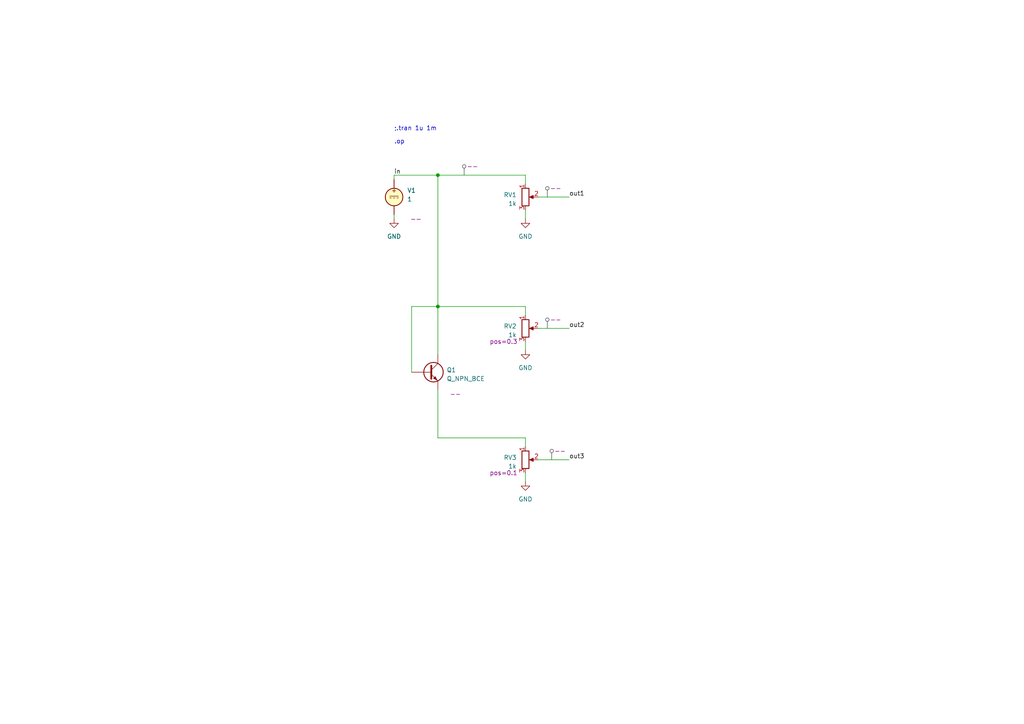
<source format=kicad_sch>
(kicad_sch (version 20230121) (generator eeschema)
  (paper "A4")
  (lib_symbols
    (symbol "Device:R_Potentiometer" (pin_names (offset 1.016) hide)
      (property "Reference" "RV" (at -4.445 0 90))
      (property "Value" "R_Potentiometer" (at -2.54 0 90))
      (symbol "R_Potentiometer_0_1"
        (polyline (pts (xy 2.54 0) (xy 1.524 0)))
        (polyline (pts (xy 1.143 0) (xy 2.286 0.508) (xy 2.286 -0.508) (xy 1.143 0)) (fill (type outline)))
        (rectangle (start 1.016 2.54) (end -1.016 -2.54) (stroke (width 0.254)))
      )
      (symbol "R_Potentiometer_1_1"
        (pin passive line (at 0 3.81 270) (length 1.27) (name "1") (number "1"))
        (pin passive line (at 3.81 0 180) (length 1.27) (name "2") (number "2"))
        (pin passive line (at 0 -3.81 90) (length 1.27) (name "3") (number "3"))
      )
    )
    (symbol "Simulation_SPICE:VDC" (pin_numbers hide) (pin_names (offset 0.0254))
      (property "Reference" "V" (at 2.54 2.54 0))
      (property "Value" "VDC" (at 2.54 0 0))
      (property "Spice_Model" "dc(1)" (at 2.54 -2.54 0))
      (symbol "VDC_0_0"
        (polyline (pts (xy -1.27 0.254) (xy 1.27 0.254)))
        (polyline (pts (xy -0.762 -0.254) (xy -1.27 -0.254)))
        (polyline (pts (xy 0.254 -0.254) (xy -0.254 -0.254)))
        (polyline (pts (xy 1.27 -0.254) (xy 0.762 -0.254)))
        (text "+" (at 0 1.905 0) (effects (font (size 1.27 1.27))))
      )
      (symbol "VDC_0_1"
        (circle (center 0 0) (radius 2.54) (stroke (width 0.254)) (fill (type background)))
      )
      (symbol "VDC_1_1"
        (pin passive line (at 0 5.08 270) (length 2.54) (name "~") (number "1"))
        (pin passive line (at 0 -5.08 90) (length 2.54) (name "~") (number "2"))
      )
    )
    (symbol "device:Q_NPN_BCE" (pin_numbers hide) (pin_names (offset 0) hide)
      (property "Reference" "Q" (at 5.08 1.27 0))
      (property "Value" "Q_NPN_BCE" (at 5.08 -1.27 0))
      (symbol "Q_NPN_BCE_0_1"
        (polyline (pts (xy 0.635 0.635) (xy 2.54 2.54)))
        (polyline (pts (xy 0.635 -0.635) (xy 2.54 -2.54) (xy 2.54 -2.54)))
        (polyline (pts (xy 0.635 1.905) (xy 0.635 -1.905) (xy 0.635 -1.905)) (stroke (width 0.508)))
        (polyline (pts (xy 1.27 -1.778) (xy 1.778 -1.27) (xy 2.286 -2.286) (xy 1.27 -1.778) (xy 1.27 -1.778)) (fill (type outline)))
        (circle (center 1.27 0) (radius 2.8194) (stroke (width 0.254)))
      )
      (symbol "Q_NPN_BCE_1_1"
        (pin input line (at -5.08 0 0) (length 5.715) (name "B") (number "1"))
        (pin passive line (at 2.54 5.08 270) (length 2.54) (name "C") (number "2"))
        (pin passive line (at 2.54 -5.08 90) (length 2.54) (name "E") (number "3"))
      )
    )
    (symbol "power:GND" (power) (pin_names (offset 0))
      (property "Value" "GND" (at 0 -3.81 0))
      (symbol "GND_0_1"
        (polyline (pts (xy 0 0) (xy 0 -1.27) (xy 1.27 -1.27) (xy 0 -2.54) (xy -1.27 -1.27) (xy 0 -1.27)))
      )
      (symbol "GND_1_1"
        (pin power_in line (at 0 0 270) (length 0) hide (name "GND") (number "1"))
      )
    )
  )
  (junction (at 127 50.8))
  (junction (at 127 88.9))
  (wire (pts (xy 114.3 62.23) (xy 114.3 63.5)))
  (wire (pts (xy 127 88.9) (xy 127 102.87)))
  (wire (pts (xy 152.4 88.9) (xy 152.4 91.44)))
  (wire (pts (xy 114.3 50.8) (xy 114.3 52.07)))
  (wire (pts (xy 127 127) (xy 152.4 127)))
  (wire (pts (xy 152.4 127) (xy 152.4 129.54)))
  (wire (pts (xy 152.4 139.7) (xy 152.4 137.16)))
  (wire (pts (xy 119.38 88.9) (xy 119.38 107.95)))
  (wire (pts (xy 127 50.8) (xy 152.4 50.8)))
  (wire (pts (xy 152.4 101.6) (xy 152.4 99.06)))
  (wire (pts (xy 127 50.8) (xy 127 88.9)))
  (wire (pts (xy 127 113.03) (xy 127 127)))
  (wire (pts (xy 114.3 50.8) (xy 127 50.8)))
  (wire (pts (xy 127 88.9) (xy 152.4 88.9)))
  (wire (pts (xy 152.4 63.5) (xy 152.4 60.96)))
  (wire (pts (xy 156.21 95.25) (xy 165.1 95.25)))
  (wire (pts (xy 127 88.9) (xy 119.38 88.9)))
  (wire (pts (xy 152.4 50.8) (xy 152.4 53.34)))
  (wire (pts (xy 156.21 133.35) (xy 165.1 133.35)))
  (wire (pts (xy 156.21 57.15) (xy 165.1 57.15)))
  (text ";.tran 1u 1m" (at 114.3 38.1 0) (effects (font (size 1.27 1.27)) (justify left bottom)))
  (text ".op" (at 114.3 41.91 0) (effects (font (size 1.27 1.27)) (justify left bottom)))
  (label "out2" (at 165.1 95.25 0))
  (label "out3" (at 165.1 133.35 0))
  (label "in" (at 114.3 50.8 0))
  (label "out1" (at 165.1 57.15 0))
  (netclass_flag "" (length 2.54) (shape round) (at 134.62 50.8 0) (property "op" "${OP}" (at 135.3185 48.26 0) (effects (font italic) (justify left))))
  (netclass_flag "" (length 2.54) (shape round) (at 158.75 95.25 0) (property "op" "${OP.2V}" (at 159.4485 92.71 0) (effects (font italic) (justify left))))
  (netclass_flag "" (length 2.54) (shape round) (at 158.75 57.15 0) (property "op" "${OP.3mV}" (at 159.4485 54.61 0) (effects (font italic) (justify left))))
  (netclass_flag "" (length 2.54) (shape round) (at 160.02 133.35 0) (property "op" "${OP}" (at 160.7185 130.81 0) (effects (font italic) (justify left))))
  (symbol (lib_id "power:GND") (at 152.4 63.5 0) (unit 1)
    (property "Reference" "#PWR0102" (effects hide))
    (property "Value" "GND" (at 152.4 68.58 0))
  )
  (symbol (lib_id "Device:R_Potentiometer") (at 152.4 133.35 0) (unit 1)
    (property "Reference" "RV3" (at 149.86 132.715 0) (effects (justify right)))
    (property "Value" "1k" (at 149.86 135.255 0) (effects (justify right)))
    (property "Sim.Device" "R" (effects hide))
    (property "Sim.Type" "POT" (effects hide))
    (property "Sim.Params" "pos=0.1" (at 146.05 137.16 0))
  )
  (symbol (lib_id "Device:R_Potentiometer") (at 152.4 57.15 0) (unit 1)
    (property "Reference" "RV1" (at 149.86 56.515 0) (effects (justify right)))
    (property "Value" "1k" (at 149.86 59.055 0) (effects (justify right)))
    (property "Sim.Device" "R" (effects hide))
    (property "Sim.Type" "POT" (effects hide))
  )
  (symbol (lib_id "power:GND") (at 152.4 139.7 0) (unit 1)
    (property "Reference" "#PWR0103" (effects hide))
    (property "Value" "GND" (at 152.4 144.78 0))
  )
  (symbol (lib_id "Simulation_SPICE:VDC") (at 114.3 57.15 0) (unit 1)
    (property "Reference" "V1" (at 118.11 55.245 0) (effects (justify left)))
    (property "Value" "1" (at 118.11 57.785 0) (effects (justify left)))
    (property "Sim.Device" "V" (effects hide))
    (property "four cats out of five" "${OP}" (at 120.65 63.5 0))
  )
  (symbol (lib_id "power:GND") (at 114.3 63.5 0) (unit 1)
    (property "Reference" "#PWR0104" (effects hide))
    (property "Value" "GND" (at 114.3 68.58 0))
  )
  (symbol (lib_id "Device:R_Potentiometer") (at 152.4 95.25 0) (unit 1)
    (property "Reference" "RV2" (at 149.86 94.615 0) (effects (justify right)))
    (property "Value" "1k" (at 149.86 97.155 0) (effects (justify right)))
    (property "Sim.Device" "R" (effects hide))
    (property "Sim.Type" "POT" (effects hide))
    (property "Sim.Params" "pos=0.3" (at 146.05 99.06 0))
  )
  (symbol (lib_id "power:GND") (at 152.4 101.6 0) (unit 1)
    (property "Reference" "#PWR0101" (effects hide))
    (property "Value" "GND" (at 152.4 106.68 0))
  )
  (symbol (lib_id "device:Q_NPN_BCE") (at 124.46 107.95 0) (unit 1)
    (property "Reference" "Q1" (at 129.54 107.315 0) (effects (justify left)))
    (property "Value" "Q_NPN_BCE" (at 129.54 109.855 0) (effects (justify left)))
    (property "Sim.Device" "NPN" (effects hide))
    (property "Sim.Type" "VBIC" (effects hide))
    (property "Sim.Pins" "1=B 2=C 3=E" (effects hide))
    (property "e_current" "${OP:E}" (at 132.08 114.3 0))
  )
)
</source>
